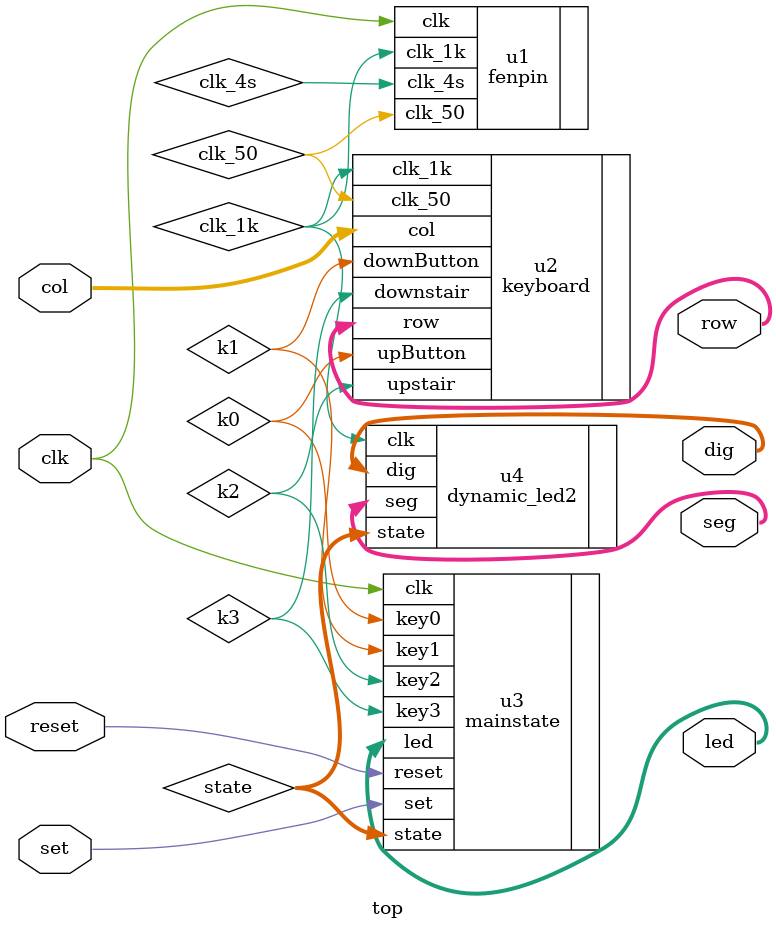
<source format=v>
`timescale 1ns / 1ps


module top(
  input clk,
  input set,    //T9Æô¶¯ÐÅºÅ
  input reset,  //f3 ¸´Î»ÐÅºÅ
  input [3:0]col,//ÁÐ¼üÅÌ
  output  [3:0]row,//ÐÐ¼üÅÌ
  output  [3:0]led,//P9,R8,R7,T5
  output [1:0]dig,//Î»Ñ¡ÓÒ±ßÁ½¸ö
  output [7:0]seg//¶ÎÑ¡
    );
    wire clk_1k;//1k
    wire clk_50;//50Hz
    wire clk_4s;//4s
 
  fenpin u1(.clk(clk),
         .clk_1k(clk_1k),
         .clk_50(clk_50),
         .clk_4s(clk_4s));
         
         wire k0;
         wire k1;
         wire k2;
         wire k3;
  keyboard u2(
         .clk_1k(clk_1k),//¼üÅÌÉ¨Ãè
         .clk_50(clk_50),//°´¼üÏû¶¶
         .col(col),//ÁÐ
         .row(row),//ÐÐ
         .upButton(k0),//¶ÔÓ¦Ò»Â¥°´¼ü
         .downButton(k1),//¶ÔÓ¦¶þÂ¥°´¼ü
         .upstair(k2),
         .downstair(k3)//¶ÔÓ¦µçÌÝÄÚ1 2°´¼ü
         );  
         
            wire [1:0]state;     
  mainstate u3(
              .clk(clk),
              .set(set),
               .reset(reset),
              .key0(k0),
              .key1(k1),
              .key2(k2),
              .key3(k3),
              .led(led),//Ö¸Ê¾µÆ
              .state(state)//00´ý»ú×´Ì¬ 01ÉÏÐÐ×´Ì¬ 10ÏÂ»ú×´Ì¬
              ); 
   dynamic_led2 u4(
               .state(state),
               .clk(clk_1k),
               .seg(seg),
               .dig(dig)
               );              
endmodule

</source>
